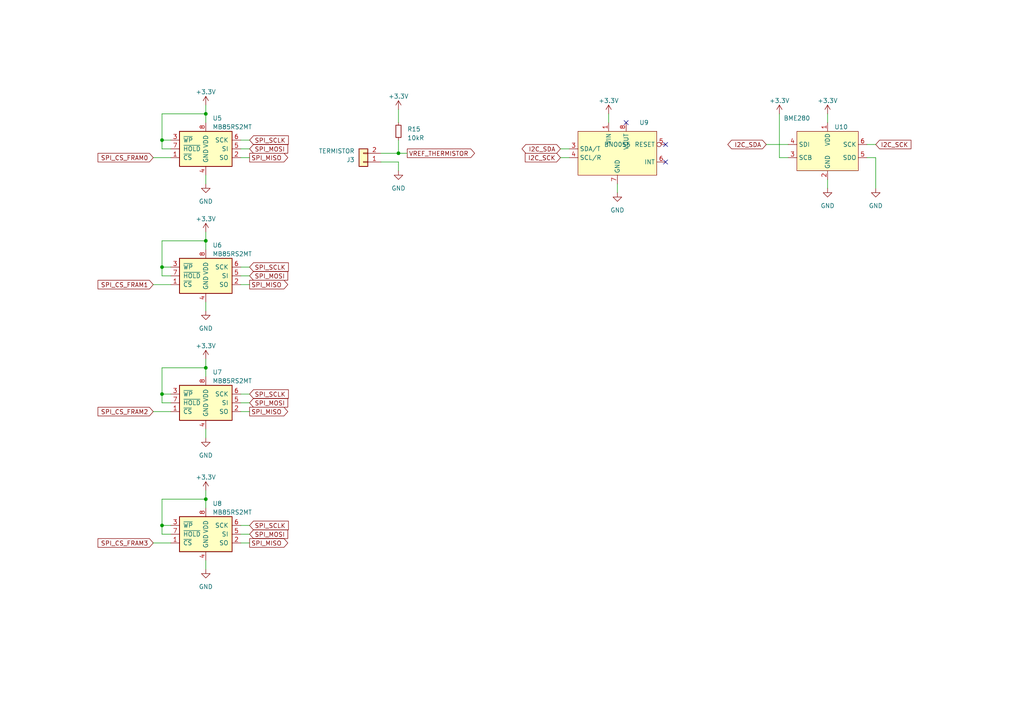
<source format=kicad_sch>
(kicad_sch (version 20231120) (generator "eeschema") (generator_version "8.0")
  (paper "A4")
  (lib_symbols
    (symbol "Akizuki_BME280_Module:BME280"
      (property "Reference" "U" (at 12.7 2.54 0))
      (symbol "BME280_1_1"
        (rectangle (start 0 0) (end 17.78 -11.43) (fill (type background)))
        (pin power_in line (at 8.89 2.54 270) (length 2.54) (name "VDD") (number "1"))
        (pin power_in line (at 8.89 -13.97 90) (length 2.54) (name "GND") (number "2"))
        (pin power_in line (at -2.54 -7.62 0) (length 2.54) (name "SCB") (number "3"))
        (pin input line (at -2.54 -3.81 0) (length 2.54) (name "SDI") (number "4"))
        (pin output line (at 20.32 -7.62 180) (length 2.54) (name "SDO") (number "5"))
        (pin input line (at 20.32 -3.81 180) (length 2.54) (name "SCK") (number "6"))
      )
    )
    (symbol "Akizuki_BNO055_Module:BNO055"
      (property "Reference" "U" (at 6.35 5.08 0))
      (symbol "BNO055_1_1"
        (rectangle (start -11.43 3.81) (end 11.43 -8.89) (fill (type background)))
        (pin power_in line (at -2.54 6.35 270) (length 2.54) (name "VIN") (number "1"))
        (pin bidirectional line (at -13.97 -1.27 0) (length 2.54) (name "SDA/T") (number "3"))
        (pin bidirectional line (at -13.97 -3.81 0) (length 2.54) (name "SCL/R") (number "4"))
        (pin input inverted (at 13.97 0 180) (length 2.54) (name "RESET") (number "5"))
        (pin output line (at 13.97 -5.08 180) (length 2.54) (name "INT") (number "6"))
        (pin power_in line (at 0 -11.43 90) (length 2.54) (name "GND") (number "7"))
        (pin power_out line (at 2.54 6.35 270) (length 2.54) (name "VOUT") (number "8"))
      )
    )
    (symbol "Connector_Generic:Conn_01x02" (pin_names (offset 1.016) hide)
      (property "Reference" "J" (at 0 2.54 0))
      (property "Value" "Conn_01x02" (at 0 -5.08 0))
      (symbol "Conn_01x02_1_1"
        (rectangle (start -1.27 -2.413) (end 0 -2.667) (stroke (width 0.1524)))
        (rectangle (start -1.27 0.127) (end 0 -0.127) (stroke (width 0.1524)))
        (rectangle (start -1.27 1.27) (end 1.27 -3.81) (stroke (width 0.254)) (fill (type background)))
        (pin passive line (at -5.08 0 0) (length 3.81) (name "Pin_1") (number "1"))
        (pin passive line (at -5.08 -2.54 0) (length 3.81) (name "Pin_2") (number "2"))
      )
    )
    (symbol "Device:R_Small" (pin_numbers hide) (pin_names (offset 0.254) hide)
      (property "Reference" "R" (at 0.762 0.508 0))
      (property "Value" "R_Small" (at 0.762 -1.016 0))
      (symbol "R_Small_0_1"
        (rectangle (start -0.762 1.778) (end 0.762 -1.778) (stroke (width 0.2032)))
      )
      (symbol "R_Small_1_1"
        (pin passive line (at 0 2.54 270) (length 0.762) (name "~") (number "1"))
        (pin passive line (at 0 -2.54 90) (length 0.762) (name "~") (number "2"))
      )
    )
    (symbol "Memory_NVRAM:MB85RS2MT" (pin_names (offset 1.016))
      (property "Reference" "U" (at -7.62 6.35 0))
      (property "Value" "MB85RS2MT" (at 1.27 6.35 0))
      (symbol "MB85RS2MT_0_1"
        (rectangle (start -7.62 5.08) (end 7.62 -5.08) (stroke (width 0.254)) (fill (type background)))
      )
      (symbol "MB85RS2MT_1_1"
        (pin input line (at -10.16 -2.54 0) (length 2.54) (name "~{CS}") (number "1"))
        (pin output line (at 10.16 -2.54 180) (length 2.54) (name "SO") (number "2"))
        (pin input line (at -10.16 2.54 0) (length 2.54) (name "~{WP}") (number "3"))
        (pin power_in line (at 0 -7.62 90) (length 2.54) (name "GND") (number "4"))
        (pin input line (at 10.16 0 180) (length 2.54) (name "SI") (number "5"))
        (pin input line (at 10.16 2.54 180) (length 2.54) (name "SCK") (number "6"))
        (pin input line (at -10.16 0 0) (length 2.54) (name "~{HOLD}") (number "7"))
        (pin power_in line (at 0 7.62 270) (length 2.54) (name "VDD") (number "8"))
      )
    )
    (symbol "power:+3.3V" (power) (pin_names (offset 0))
      (property "Value" "+3.3V" (at 0 3.556 0))
      (symbol "+3.3V_0_1"
        (polyline (pts (xy -0.762 1.27) (xy 0 2.54)))
        (polyline (pts (xy 0 0) (xy 0 2.54)))
        (polyline (pts (xy 0 2.54) (xy 0.762 1.27)))
      )
      (symbol "+3.3V_1_1"
        (pin power_in line (at 0 0 90) (length 0) hide (name "+3.3V") (number "1"))
      )
    )
    (symbol "power:GND" (power) (pin_names (offset 0))
      (property "Value" "GND" (at 0 -3.81 0))
      (symbol "GND_0_1"
        (polyline (pts (xy 0 0) (xy 0 -1.27) (xy 1.27 -1.27) (xy 0 -2.54) (xy -1.27 -1.27) (xy 0 -1.27)))
      )
      (symbol "GND_1_1"
        (pin power_in line (at 0 0 270) (length 0) hide (name "GND") (number "1"))
      )
    )
  )
  (junction (at 59.69 33.02))
  (junction (at 59.69 69.85))
  (junction (at 115.57 44.45))
  (junction (at 46.99 114.3))
  (junction (at 59.69 144.78))
  (junction (at 59.69 106.68))
  (junction (at 46.99 40.64))
  (junction (at 46.99 77.47))
  (junction (at 46.99 152.4))
  (no_connect (at 181.61 35.56))
  (no_connect (at 193.04 41.91))
  (no_connect (at 193.04 46.99))
  (wire (pts (xy 69.85 114.3) (xy 72.39 114.3)))
  (wire (pts (xy 69.85 77.47) (xy 72.39 77.47)))
  (wire (pts (xy 59.69 124.46) (xy 59.69 127)))
  (wire (pts (xy 44.45 119.38) (xy 49.53 119.38)))
  (wire (pts (xy 59.69 87.63) (xy 59.69 90.17)))
  (wire (pts (xy 69.85 80.01) (xy 72.39 80.01)))
  (wire (pts (xy 49.53 43.18) (xy 46.99 43.18)))
  (wire (pts (xy 162.56 45.72) (xy 165.1 45.72)))
  (wire (pts (xy 254 54.61) (xy 254 45.72)))
  (wire (pts (xy 59.69 30.48) (xy 59.69 33.02)))
  (wire (pts (xy 59.69 144.78) (xy 59.69 147.32)))
  (wire (pts (xy 69.85 40.64) (xy 72.39 40.64)))
  (wire (pts (xy 110.49 46.99) (xy 115.57 46.99)))
  (wire (pts (xy 59.69 67.31) (xy 59.69 69.85)))
  (wire (pts (xy 49.53 40.64) (xy 46.99 40.64)))
  (wire (pts (xy 59.69 106.68) (xy 59.69 109.22)))
  (wire (pts (xy 49.53 80.01) (xy 46.99 80.01)))
  (wire (pts (xy 46.99 33.02) (xy 59.69 33.02)))
  (wire (pts (xy 179.07 53.34) (xy 179.07 55.88)))
  (wire (pts (xy 110.49 44.45) (xy 115.57 44.45)))
  (wire (pts (xy 46.99 69.85) (xy 59.69 69.85)))
  (wire (pts (xy 59.69 104.14) (xy 59.69 106.68)))
  (wire (pts (xy 46.99 77.47) (xy 46.99 69.85)))
  (wire (pts (xy 69.85 119.38) (xy 72.39 119.38)))
  (wire (pts (xy 44.45 157.48) (xy 49.53 157.48)))
  (wire (pts (xy 69.85 157.48) (xy 72.39 157.48)))
  (wire (pts (xy 162.56 43.18) (xy 165.1 43.18)))
  (wire (pts (xy 46.99 114.3) (xy 46.99 106.68)))
  (wire (pts (xy 222.25 41.91) (xy 228.6 41.91)))
  (wire (pts (xy 46.99 144.78) (xy 59.69 144.78)))
  (wire (pts (xy 69.85 154.94) (xy 72.39 154.94)))
  (wire (pts (xy 254 45.72) (xy 251.46 45.72)))
  (wire (pts (xy 59.69 162.56) (xy 59.69 165.1)))
  (wire (pts (xy 49.53 77.47) (xy 46.99 77.47)))
  (wire (pts (xy 46.99 77.47) (xy 46.99 80.01)))
  (wire (pts (xy 46.99 40.64) (xy 46.99 43.18)))
  (wire (pts (xy 226.06 45.72) (xy 228.6 45.72)))
  (wire (pts (xy 254 41.91) (xy 251.46 41.91)))
  (wire (pts (xy 115.57 49.53) (xy 115.57 46.99)))
  (wire (pts (xy 49.53 114.3) (xy 46.99 114.3)))
  (wire (pts (xy 49.53 152.4) (xy 46.99 152.4)))
  (wire (pts (xy 115.57 44.45) (xy 118.11 44.45)))
  (wire (pts (xy 69.85 82.55) (xy 72.39 82.55)))
  (wire (pts (xy 46.99 40.64) (xy 46.99 33.02)))
  (wire (pts (xy 176.53 33.02) (xy 176.53 35.56)))
  (wire (pts (xy 69.85 45.72) (xy 72.39 45.72)))
  (wire (pts (xy 49.53 116.84) (xy 46.99 116.84)))
  (wire (pts (xy 44.45 45.72) (xy 49.53 45.72)))
  (wire (pts (xy 44.45 82.55) (xy 49.53 82.55)))
  (wire (pts (xy 49.53 154.94) (xy 46.99 154.94)))
  (wire (pts (xy 46.99 152.4) (xy 46.99 154.94)))
  (wire (pts (xy 59.69 69.85) (xy 59.69 72.39)))
  (wire (pts (xy 59.69 50.8) (xy 59.69 53.34)))
  (wire (pts (xy 240.03 54.61) (xy 240.03 52.07)))
  (wire (pts (xy 240.03 33.02) (xy 240.03 35.56)))
  (wire (pts (xy 115.57 31.75) (xy 115.57 35.56)))
  (wire (pts (xy 226.06 33.02) (xy 226.06 45.72)))
  (wire (pts (xy 59.69 33.02) (xy 59.69 35.56)))
  (wire (pts (xy 115.57 40.64) (xy 115.57 44.45)))
  (wire (pts (xy 59.69 142.24) (xy 59.69 144.78)))
  (wire (pts (xy 46.99 152.4) (xy 46.99 144.78)))
  (wire (pts (xy 46.99 106.68) (xy 59.69 106.68)))
  (wire (pts (xy 69.85 152.4) (xy 72.39 152.4)))
  (wire (pts (xy 69.85 116.84) (xy 72.39 116.84)))
  (wire (pts (xy 46.99 114.3) (xy 46.99 116.84)))
  (wire (pts (xy 69.85 43.18) (xy 72.39 43.18)))
  (global_label "SPI_CS_FRAM0" (shape input) (at 44.45 45.72 180) (property "Intersheetrefs" "${INTERSHEET_REFS}" (effects (hide yes))))
  (global_label "SPI_MOSI" (shape input) (at 72.39 116.84 0) (property "Intersheetrefs" "${INTERSHEET_REFS}" (effects (hide yes))))
  (global_label "SPI_CS_FRAM1" (shape input) (at 44.45 82.55 180) (property "Intersheetrefs" "${INTERSHEET_REFS}" (effects (hide yes))))
  (global_label "SPI_MISO" (shape output) (at 72.39 45.72 0) (property "Intersheetrefs" "${INTERSHEET_REFS}" (effects (hide yes))))
  (global_label "SPI_CS_FRAM3" (shape input) (at 44.45 157.48 180) (property "Intersheetrefs" "${INTERSHEET_REFS}" (effects (hide yes))))
  (global_label "SPI_CS_FRAM2" (shape input) (at 44.45 119.38 180) (property "Intersheetrefs" "${INTERSHEET_REFS}" (effects (hide yes))))
  (global_label "SPI_MOSI" (shape input) (at 72.39 80.01 0) (property "Intersheetrefs" "${INTERSHEET_REFS}" (effects (hide yes))))
  (global_label "SPI_MOSI" (shape input) (at 72.39 43.18 0) (property "Intersheetrefs" "${INTERSHEET_REFS}" (effects (hide yes))))
  (global_label "SPI_MOSI" (shape input) (at 72.39 154.94 0) (property "Intersheetrefs" "${INTERSHEET_REFS}" (effects (hide yes))))
  (global_label "I2C_SCK" (shape input) (at 254 41.91 0) (property "Intersheetrefs" "${INTERSHEET_REFS}" (effects (hide yes))))
  (global_label "SPI_SCLK" (shape input) (at 72.39 77.47 0) (property "Intersheetrefs" "${INTERSHEET_REFS}" (effects (hide yes))))
  (global_label "SPI_MISO" (shape output) (at 72.39 82.55 0) (property "Intersheetrefs" "${INTERSHEET_REFS}" (effects (hide yes))))
  (global_label "VREF_THERMISTOR" (shape output) (at 118.11 44.45 0) (property "Intersheetrefs" "${INTERSHEET_REFS}" (effects (hide yes))))
  (global_label "SPI_MISO" (shape output) (at 72.39 157.48 0) (property "Intersheetrefs" "${INTERSHEET_REFS}" (effects (hide yes))))
  (global_label "SPI_MISO" (shape output) (at 72.39 119.38 0) (property "Intersheetrefs" "${INTERSHEET_REFS}" (effects (hide yes))))
  (global_label "SPI_SCLK" (shape input) (at 72.39 40.64 0) (property "Intersheetrefs" "${INTERSHEET_REFS}" (effects (hide yes))))
  (global_label "I2C_SDA" (shape bidirectional) (at 162.56 43.18 180) (property "Intersheetrefs" "${INTERSHEET_REFS}" (effects (hide yes))))
  (global_label "SPI_SCLK" (shape input) (at 72.39 152.4 0) (property "Intersheetrefs" "${INTERSHEET_REFS}" (effects (hide yes))))
  (global_label "I2C_SDA" (shape bidirectional) (at 222.25 41.91 180) (property "Intersheetrefs" "${INTERSHEET_REFS}" (effects (hide yes))))
  (global_label "SPI_SCLK" (shape input) (at 72.39 114.3 0) (property "Intersheetrefs" "${INTERSHEET_REFS}" (effects (hide yes))))
  (global_label "I2C_SCK" (shape input) (at 162.56 45.72 180) (property "Intersheetrefs" "${INTERSHEET_REFS}" (effects (hide yes))))
  (symbol (lib_id "power:GND") (at 59.69 165.1 0) (unit 1)
    (property "Reference" "#PWR038" (effects (hide yes)))
    (property "Value" "GND" (at 59.69 170.18 0))
  )
  (symbol (lib_id "power:+3.3V") (at 59.69 67.31 0) (unit 1)
    (property "Reference" "#PWR033" (effects (hide yes)))
    (property "Value" "+3.3V" (at 59.69 63.5 0))
  )
  (symbol (lib_id "Memory_NVRAM:MB85RS2MT") (at 59.69 116.84 0) (unit 1)
    (property "Reference" "U7" (at 61.6459 107.95 0) (effects (justify left)))
    (property "Value" "MB85RS2MT" (at 61.6459 110.49 0) (effects (justify left)))
    (property "Footprint" "Package_DIP:DIP-8_W7.62mm" (effects (hide yes)))
    (property "Datasheet" "http://www.fujitsu.com/downloads/MICRO/fsa/pdf/products/memory/fram/MB85RS16-DS501-00014-6v0-E.pdf" (effects (hide yes)))
  )
  (symbol (lib_id "power:GND") (at 254 54.61 0) (unit 1)
    (property "Reference" "#PWR046" (effects (hide yes)))
    (property "Value" "GND" (at 254 59.69 0))
  )
  (symbol (lib_id "power:GND") (at 240.03 54.61 0) (unit 1)
    (property "Reference" "#PWR045" (effects (hide yes)))
    (property "Value" "GND" (at 240.03 59.69 0))
  )
  (symbol (lib_id "power:GND") (at 179.07 55.88 0) (unit 1)
    (property "Reference" "#PWR042" (effects (hide yes)))
    (property "Value" "GND" (at 179.07 60.96 0))
  )
  (symbol (lib_id "Memory_NVRAM:MB85RS2MT") (at 59.69 43.18 0) (unit 1)
    (property "Reference" "U5" (at 61.6459 34.29 0) (effects (justify left)))
    (property "Value" "MB85RS2MT" (at 61.6459 36.83 0) (effects (justify left)))
    (property "Footprint" "Package_DIP:DIP-8_W7.62mm" (effects (hide yes)))
    (property "Datasheet" "http://www.fujitsu.com/downloads/MICRO/fsa/pdf/products/memory/fram/MB85RS16-DS501-00014-6v0-E.pdf" (effects (hide yes)))
  )
  (symbol (lib_id "Akizuki_BNO055_Module:BNO055") (at 179.07 41.91 0) (unit 1)
    (property "Reference" "U9" (at 185.42 35.56 0) (effects (justify left)))
    (property "Value" "BNO055" (at 179.07 41.91 0))
    (property "Footprint" "Akizuki_BNO055_Module:BNO055" (effects (hide yes)))
    (property "Datasheet" "https://akizukidenshi.com/catalog/g/gK-16996/" (effects (hide yes)))
  )
  (symbol (lib_id "Memory_NVRAM:MB85RS2MT") (at 59.69 154.94 0) (unit 1)
    (property "Reference" "U8" (at 61.6459 146.05 0) (effects (justify left)))
    (property "Value" "MB85RS2MT" (at 61.6459 148.59 0) (effects (justify left)))
    (property "Footprint" "Package_DIP:DIP-8_W7.62mm" (effects (hide yes)))
    (property "Datasheet" "http://www.fujitsu.com/downloads/MICRO/fsa/pdf/products/memory/fram/MB85RS16-DS501-00014-6v0-E.pdf" (effects (hide yes)))
  )
  (symbol (lib_id "power:+3.3V") (at 226.06 33.02 0) (unit 1)
    (property "Reference" "#PWR043" (effects (hide yes)))
    (property "Value" "+3.3V" (at 226.06 29.21 0))
  )
  (symbol (lib_id "power:+3.3V") (at 176.53 33.02 0) (unit 1)
    (property "Reference" "#PWR041" (effects (hide yes)))
    (property "Value" "+3.3V" (at 176.53 29.21 0))
  )
  (symbol (lib_id "power:GND") (at 59.69 90.17 0) (unit 1)
    (property "Reference" "#PWR034" (effects (hide yes)))
    (property "Value" "GND" (at 59.69 95.25 0))
  )
  (symbol (lib_id "power:+3.3V") (at 115.57 31.75 0) (unit 1)
    (property "Reference" "#PWR039" (effects (hide yes)))
    (property "Value" "+3.3V" (at 115.57 27.94 0))
  )
  (symbol (lib_id "Memory_NVRAM:MB85RS2MT") (at 59.69 80.01 0) (unit 1)
    (property "Reference" "U6" (at 61.6459 71.12 0) (effects (justify left)))
    (property "Value" "MB85RS2MT" (at 61.6459 73.66 0) (effects (justify left)))
    (property "Footprint" "Package_DIP:DIP-8_W7.62mm" (effects (hide yes)))
    (property "Datasheet" "http://www.fujitsu.com/downloads/MICRO/fsa/pdf/products/memory/fram/MB85RS16-DS501-00014-6v0-E.pdf" (effects (hide yes)))
  )
  (symbol (lib_id "Akizuki_BME280_Module:BME280") (at 231.14 38.1 0) (unit 1)
    (property "Reference" "U10" (at 241.9859 36.83 0) (effects (justify left)))
    (property "Value" "BME280" (at 231.14 34.29 0))
    (property "Footprint" "Akizuki_BME280_Module:BME280" (effects (hide yes)))
    (property "Datasheet" "https://akizukidenshi.com/catalog/g/gK-09421/" (effects (hide yes)))
  )
  (symbol (lib_id "power:GND") (at 59.69 127 0) (unit 1)
    (property "Reference" "#PWR036" (effects (hide yes)))
    (property "Value" "GND" (at 59.69 132.08 0))
  )
  (symbol (lib_id "power:+3.3V") (at 240.03 33.02 0) (unit 1)
    (property "Reference" "#PWR044" (effects (hide yes)))
    (property "Value" "+3.3V" (at 240.03 29.21 0))
  )
  (symbol (lib_id "power:+3.3V") (at 59.69 104.14 0) (unit 1)
    (property "Reference" "#PWR035" (effects (hide yes)))
    (property "Value" "+3.3V" (at 59.69 100.33 0))
  )
  (symbol (lib_id "Device:R_Small") (at 115.57 38.1 0) (unit 1)
    (property "Reference" "R15" (at 118.11 37.465 0) (effects (justify left)))
    (property "Value" "10kR" (at 118.11 40.005 0) (effects (justify left)))
    (property "Footprint" "Resistor_SMD:R_0603_1608Metric_Pad0.98x0.95mm_HandSolder" (effects (hide yes)))
    (property "Datasheet" "https://www.chip1stop.com/view/dispDetail/DispDetail?partId=ROHM-0021098" (effects (hide yes)))
  )
  (symbol (lib_id "power:GND") (at 115.57 49.53 0) (unit 1)
    (property "Reference" "#PWR040" (effects (hide yes)))
    (property "Value" "GND" (at 115.57 54.61 0))
  )
  (symbol (lib_id "power:+3.3V") (at 59.69 142.24 0) (unit 1)
    (property "Reference" "#PWR037" (effects (hide yes)))
    (property "Value" "+3.3V" (at 59.69 138.43 0))
  )
  (symbol (lib_id "power:GND") (at 59.69 53.34 0) (unit 1)
    (property "Reference" "#PWR032" (effects (hide yes)))
    (property "Value" "GND" (at 59.69 58.42 0))
  )
  (symbol (lib_id "power:+3.3V") (at 59.69 30.48 0) (unit 1)
    (property "Reference" "#PWR031" (effects (hide yes)))
    (property "Value" "+3.3V" (at 59.69 26.67 0))
  )
  (symbol (lib_id "Connector_Generic:Conn_01x02") (at 105.41 46.99 180) (unit 1)
    (property "Reference" "J3" (at 102.87 46.355 0) (effects (justify left)))
    (property "Value" "TERMISTOR" (at 102.87 43.815 0) (effects (justify left)))
    (property "Footprint" "Hirose_Connector:Hirose_DF1B" (effects (hide yes)))
    (property "Description" "Generic connector, single row, 01x02, script generated (kicad-library-utils/schlib/autogen/connector/)" (effects (hide yes)))
  )
)
</source>
